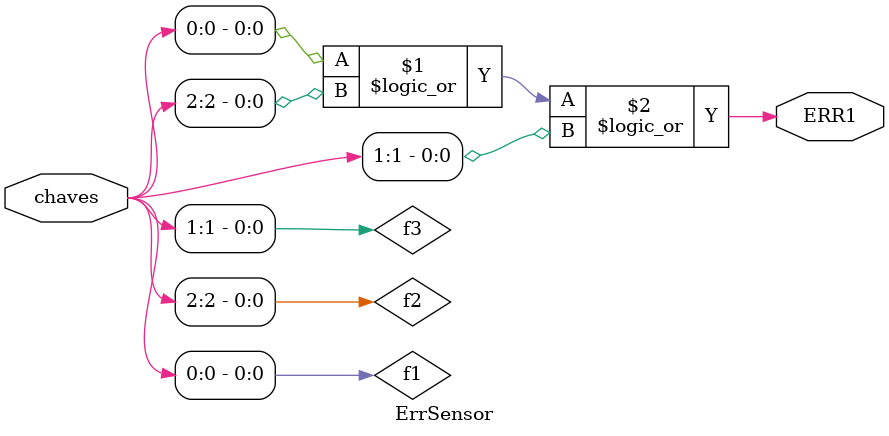
<source format=v>
module ErrSensor (chaves, ERR1);

	input [2:0] chaves;
	output ERR1;
	wire f1,f2,f3;
	//ERR1 = 1; erro de sensor
	//ERR1 = 0; não é erro de sensor
	assign f1 = chaves[0];
	assign f3 = chaves[1];
	assign f2 = chaves[2];
	assign ERR1 = f1 || f2 || f3;
	
endmodule
	
</source>
